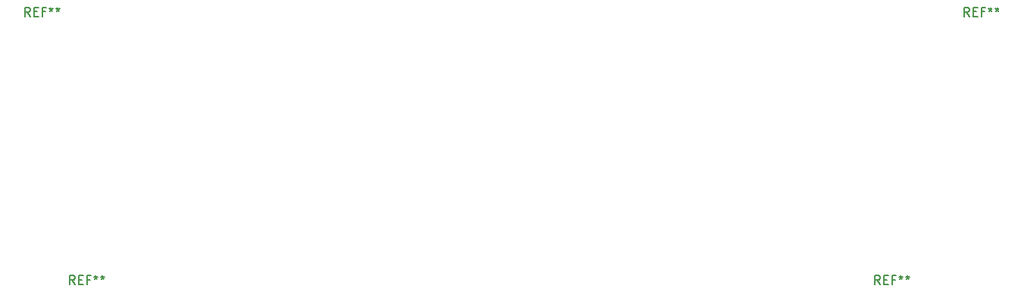
<source format=gbr>
G04 #@! TF.GenerationSoftware,KiCad,Pcbnew,(5.0.1)-3*
G04 #@! TF.CreationDate,2019-11-22T01:03:25+00:00*
G04 #@! TF.ProjectId,non-laser case,6E6F6E2D6C6173657220636173652E6B,rev?*
G04 #@! TF.SameCoordinates,Original*
G04 #@! TF.FileFunction,Legend,Top*
G04 #@! TF.FilePolarity,Positive*
%FSLAX46Y46*%
G04 Gerber Fmt 4.6, Leading zero omitted, Abs format (unit mm)*
G04 Created by KiCad (PCBNEW (5.0.1)-3) date 22/11/2019 01:03:25*
%MOMM*%
%LPD*%
G01*
G04 APERTURE LIST*
%ADD10C,0.150000*%
G04 APERTURE END LIST*
G04 #@! TO.C,REF\002A\002A*
D10*
X128666666Y-100452380D02*
X128333333Y-99976190D01*
X128095238Y-100452380D02*
X128095238Y-99452380D01*
X128476190Y-99452380D01*
X128571428Y-99500000D01*
X128619047Y-99547619D01*
X128666666Y-99642857D01*
X128666666Y-99785714D01*
X128619047Y-99880952D01*
X128571428Y-99928571D01*
X128476190Y-99976190D01*
X128095238Y-99976190D01*
X129095238Y-99928571D02*
X129428571Y-99928571D01*
X129571428Y-100452380D02*
X129095238Y-100452380D01*
X129095238Y-99452380D01*
X129571428Y-99452380D01*
X130333333Y-99928571D02*
X130000000Y-99928571D01*
X130000000Y-100452380D02*
X130000000Y-99452380D01*
X130476190Y-99452380D01*
X131000000Y-99452380D02*
X131000000Y-99690476D01*
X130761904Y-99595238D02*
X131000000Y-99690476D01*
X131238095Y-99595238D01*
X130857142Y-99880952D02*
X131000000Y-99690476D01*
X131142857Y-99880952D01*
X131761904Y-99452380D02*
X131761904Y-99690476D01*
X131523809Y-99595238D02*
X131761904Y-99690476D01*
X132000000Y-99595238D01*
X131619047Y-99880952D02*
X131761904Y-99690476D01*
X131904761Y-99880952D01*
X233666666Y-100452380D02*
X233333333Y-99976190D01*
X233095238Y-100452380D02*
X233095238Y-99452380D01*
X233476190Y-99452380D01*
X233571428Y-99500000D01*
X233619047Y-99547619D01*
X233666666Y-99642857D01*
X233666666Y-99785714D01*
X233619047Y-99880952D01*
X233571428Y-99928571D01*
X233476190Y-99976190D01*
X233095238Y-99976190D01*
X234095238Y-99928571D02*
X234428571Y-99928571D01*
X234571428Y-100452380D02*
X234095238Y-100452380D01*
X234095238Y-99452380D01*
X234571428Y-99452380D01*
X235333333Y-99928571D02*
X235000000Y-99928571D01*
X235000000Y-100452380D02*
X235000000Y-99452380D01*
X235476190Y-99452380D01*
X236000000Y-99452380D02*
X236000000Y-99690476D01*
X235761904Y-99595238D02*
X236000000Y-99690476D01*
X236238095Y-99595238D01*
X235857142Y-99880952D02*
X236000000Y-99690476D01*
X236142857Y-99880952D01*
X236761904Y-99452380D02*
X236761904Y-99690476D01*
X236523809Y-99595238D02*
X236761904Y-99690476D01*
X237000000Y-99595238D01*
X236619047Y-99880952D02*
X236761904Y-99690476D01*
X236904761Y-99880952D01*
X133666666Y-130452380D02*
X133333333Y-129976190D01*
X133095238Y-130452380D02*
X133095238Y-129452380D01*
X133476190Y-129452380D01*
X133571428Y-129500000D01*
X133619047Y-129547619D01*
X133666666Y-129642857D01*
X133666666Y-129785714D01*
X133619047Y-129880952D01*
X133571428Y-129928571D01*
X133476190Y-129976190D01*
X133095238Y-129976190D01*
X134095238Y-129928571D02*
X134428571Y-129928571D01*
X134571428Y-130452380D02*
X134095238Y-130452380D01*
X134095238Y-129452380D01*
X134571428Y-129452380D01*
X135333333Y-129928571D02*
X135000000Y-129928571D01*
X135000000Y-130452380D02*
X135000000Y-129452380D01*
X135476190Y-129452380D01*
X136000000Y-129452380D02*
X136000000Y-129690476D01*
X135761904Y-129595238D02*
X136000000Y-129690476D01*
X136238095Y-129595238D01*
X135857142Y-129880952D02*
X136000000Y-129690476D01*
X136142857Y-129880952D01*
X136761904Y-129452380D02*
X136761904Y-129690476D01*
X136523809Y-129595238D02*
X136761904Y-129690476D01*
X137000000Y-129595238D01*
X136619047Y-129880952D02*
X136761904Y-129690476D01*
X136904761Y-129880952D01*
X223666666Y-130452380D02*
X223333333Y-129976190D01*
X223095238Y-130452380D02*
X223095238Y-129452380D01*
X223476190Y-129452380D01*
X223571428Y-129500000D01*
X223619047Y-129547619D01*
X223666666Y-129642857D01*
X223666666Y-129785714D01*
X223619047Y-129880952D01*
X223571428Y-129928571D01*
X223476190Y-129976190D01*
X223095238Y-129976190D01*
X224095238Y-129928571D02*
X224428571Y-129928571D01*
X224571428Y-130452380D02*
X224095238Y-130452380D01*
X224095238Y-129452380D01*
X224571428Y-129452380D01*
X225333333Y-129928571D02*
X225000000Y-129928571D01*
X225000000Y-130452380D02*
X225000000Y-129452380D01*
X225476190Y-129452380D01*
X226000000Y-129452380D02*
X226000000Y-129690476D01*
X225761904Y-129595238D02*
X226000000Y-129690476D01*
X226238095Y-129595238D01*
X225857142Y-129880952D02*
X226000000Y-129690476D01*
X226142857Y-129880952D01*
X226761904Y-129452380D02*
X226761904Y-129690476D01*
X226523809Y-129595238D02*
X226761904Y-129690476D01*
X227000000Y-129595238D01*
X226619047Y-129880952D02*
X226761904Y-129690476D01*
X226904761Y-129880952D01*
G04 #@! TD*
M02*

</source>
